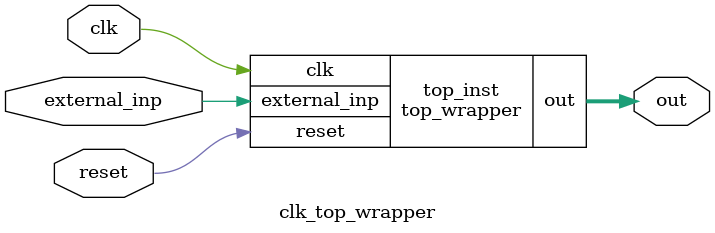
<source format=v>
`timescale 1ns / 1ps

// ALU
module alu(out,a,b,inst);
 // Input and Output Ports
 input[31:0]a,b;
 input[3:0]inst;
 output[31:0]out;

 // Temporary control signals
 wire temp=1'b1;

 // Temporary Outputs
 wire[31:0]res0,res1,res2,res3,res4,res5,res6,res7,res8,res9,res10,res11,res12,res13,res14,res15;


 ThirtyTwo_BitAdder g0(res0,a,b); // Perform the addition
 ThirtyTwo_BitSubtractor g1(res1,a,b); //Perform the Subtraction
 ThirtyTwo_BitAnd g2(res2,a,b);//Perform And
 Thirtytwo_BitOr g3(res3,a,b);//Perform Or
 ThirtyTwo_BitXor g4(res4,a,b);//Perform Xor
 ThirtyTwo_BitNor g5(res5,a,b);//Perform Nor
 ThirtyTwo_BitnotGate g6(res6,a,b);//Perform Not(returns Not of a)
 left_shift g7(res7,a,b);//Pefrom shifting
 right_shift_log g8(res8,a,b);//Perform Right-shifting a>>b(logical)
 right_shift_arith g9(res9,a,b);//right-shifting arithmetic(a>>b)
 add_4 g10(res10,a,b);//out=a+4
 sub_4 g11(res11,a,b);//out=b+4
 slt g12(res12,a,b);//out=a<b
 sgt g13(res13,a,b);//out=a>b
 lui g14(res14,a,b);//out=a[31:16]
 hamming g15(res15,a,b);//out=ham[a]


 // Depending Upon the inst[of 4 Bits] select the Output
 Sixteen_to_1_Mux mux0(out[0], {res15[0], res14[0], res13[0], res12[0], res11[0], res10[0], res9[0], res8[0], res7[0], res6[0], res5[0], res4[0], res3[0], res2[0], res1[0], res0[0]}, inst);
 Sixteen_to_1_Mux mux1(out[1], {res15[1], res14[1], res13[1], res12[1], res11[1], res10[1], res9[1], res8[1], res7[1], res6[1], res5[1], res4[1], res3[1], res2[1], res1[1], res0[1]}, inst);
 Sixteen_to_1_Mux mux2(out[2], {res15[2], res14[2], res13[2], res12[2], res11[2], res10[2], res9[2], res8[2], res7[2], res6[2], res5[2], res4[2], res3[2], res2[2], res1[2], res0[2]}, inst);
 Sixteen_to_1_Mux mux3(out[3], {res15[3], res14[3], res13[3], res12[3], res11[3], res10[3], res9[3], res8[3], res7[3], res6[3], res5[3], res4[3], res3[3], res2[3], res1[3], res0[3]}, inst);
 Sixteen_to_1_Mux mux4(out[4], {res15[4], res14[4], res13[4], res12[4], res11[4], res10[4], res9[4], res8[4], res7[4], res6[4], res5[4], res4[4], res3[4], res2[4], res1[4], res0[4]}, inst);
 Sixteen_to_1_Mux mux5(out[5], {res15[5], res14[5], res13[5], res12[5], res11[5], res10[5], res9[5], res8[5], res7[5], res6[5], res5[5], res4[5], res3[5], res2[5], res1[5], res0[5]}, inst);
 Sixteen_to_1_Mux mux6(out[6], {res15[6], res14[6], res13[6], res12[6], res11[6], res10[6], res9[6], res8[6], res7[6], res6[6], res5[6], res4[6], res3[6], res2[6], res1[6], res0[6]}, inst);
 Sixteen_to_1_Mux mux7(out[7], {res15[7], res14[7], res13[7], res12[7], res11[7], res10[7], res9[7], res8[7], res7[7], res6[7], res5[7], res4[7], res3[7], res2[7], res1[7], res0[7]}, inst);
 Sixteen_to_1_Mux mux8(out[8], {res15[8], res14[8], res13[8], res12[8], res11[8], res10[8], res9[8], res8[8], res7[8], res6[8], res5[8], res4[8], res3[8], res2[8], res1[8], res0[8]}, inst);
 Sixteen_to_1_Mux mux9(out[9], {res15[9], res14[9], res13[9], res12[9], res11[9], res10[9], res9[9], res8[9], res7[9], res6[9], res5[9], res4[9], res3[9], res2[9], res1[9], res0[9]}, inst);
 Sixteen_to_1_Mux mux10(out[10], {res15[10], res14[10], res13[10], res12[10], res11[10], res10[10], res9[10], res8[10], res7[10], res6[10], res5[10], res4[10], res3[10], res2[10], res1[10], res0[10]}, inst);
 Sixteen_to_1_Mux mux11(out[11], {res15[11], res14[11], res13[11], res12[11], res11[11], res10[11], res9[11], res8[11], res7[11], res6[11], res5[11], res4[11], res3[11], res2[11], res1[11], res0[11]}, inst);
 Sixteen_to_1_Mux mux12(out[12], {res15[12], res14[12], res13[12], res12[12], res11[12], res10[12], res9[12], res8[12], res7[12], res6[12], res5[12], res4[12], res3[12], res2[12], res1[12], res0[12]}, inst);
 Sixteen_to_1_Mux mux13(out[13], {res15[13], res14[13], res13[13], res12[13], res11[13], res10[13], res9[13], res8[13], res7[13], res6[13], res5[13], res4[13], res3[13], res2[13], res1[13], res0[13]}, inst);
 Sixteen_to_1_Mux mux14(out[14], {res15[14], res14[14], res13[14], res12[14], res11[14], res10[14], res9[14], res8[14], res7[14], res6[14], res5[14], res4[14], res3[14], res2[14], res1[14], res0[14]}, inst);
 Sixteen_to_1_Mux mux15(out[15], {res15[15], res14[15], res13[15], res12[15], res11[15], res10[15], res9[15], res8[15], res7[15], res6[15], res5[15], res4[15], res3[15], res2[15], res1[15], res0[15]}, inst);
 Sixteen_to_1_Mux mux16(out[16], {res15[16], res14[16], res13[16], res12[16], res11[16], res10[16], res9[16], res8[16], res7[16], res6[16], res5[16], res4[16], res3[16], res2[16], res1[16], res0[16]}, inst);
 Sixteen_to_1_Mux mux17(out[17], {res15[17], res14[17], res13[17], res12[17], res11[17], res10[17], res9[17], res8[17], res7[17], res6[17], res5[17], res4[17], res3[17], res2[17], res1[17], res0[17]}, inst);
 Sixteen_to_1_Mux mux18(out[18], {res15[18], res14[18], res13[18], res12[18], res11[18], res10[18], res9[18], res8[18], res7[18], res6[18], res5[18], res4[18], res3[18], res2[18], res1[18], res0[18]}, inst);
 Sixteen_to_1_Mux mux19(out[19], {res15[19], res14[19], res13[19], res12[19], res11[19], res10[19], res9[19], res8[19], res7[19], res6[19], res5[19], res4[19], res3[19], res2[19], res1[19], res0[19]}, inst);
 Sixteen_to_1_Mux mux20(out[20], {res15[20], res14[20], res13[20], res12[20], res11[20], res10[20], res9[20], res8[20], res7[20], res6[20], res5[20], res4[20], res3[20], res2[20], res1[20], res0[20]}, inst);
 Sixteen_to_1_Mux mux21(out[21], {res15[21], res14[21], res13[21], res12[21], res11[21], res10[21], res9[21], res8[21], res7[21], res6[21], res5[21], res4[21], res3[21], res2[21], res1[21], res0[21]}, inst);
 Sixteen_to_1_Mux mux22(out[22], {res15[22], res14[22], res13[22], res12[22], res11[22], res10[22], res9[22], res8[22], res7[22], res6[22], res5[22], res4[22], res3[22], res2[22], res1[22], res0[22]}, inst);
 Sixteen_to_1_Mux mux23(out[23], {res15[23], res14[23], res13[23], res12[23], res11[23], res10[23], res9[23], res8[23], res7[23], res6[23], res5[23], res4[23], res3[23], res2[23], res1[23], res0[23]}, inst);
 Sixteen_to_1_Mux mux24(out[24], {res15[24], res14[24], res13[24], res12[24], res11[24], res10[24], res9[24], res8[24], res7[24], res6[24], res5[24], res4[24], res3[24], res2[24], res1[24], res0[24]}, inst);
 Sixteen_to_1_Mux mux25(out[25], {res15[25], res14[25], res13[25], res12[25], res11[25], res10[25], res9[25], res8[25], res7[25], res6[25], res5[25], res4[25], res3[25], res2[25], res1[25], res0[25]}, inst);
 Sixteen_to_1_Mux mux26(out[26], {res15[26], res14[26], res13[26], res12[26], res11[26], res10[26], res9[26], res8[26], res7[26], res6[26], res5[26], res4[26], res3[26], res2[26], res1[26], res0[26]}, inst);
 Sixteen_to_1_Mux mux27(out[27], {res15[27], res14[27], res13[27], res12[27], res11[27], res10[27], res9[27], res8[27], res7[27], res6[27], res5[27], res4[27], res3[27], res2[27], res1[27], res0[27]}, inst);
 Sixteen_to_1_Mux mux28(out[28], {res15[28], res14[28], res13[28], res12[28], res11[28], res10[28], res9[28], res8[28], res7[28], res6[28], res5[28], res4[28], res3[28], res2[28], res1[28], res0[28]}, inst);
 Sixteen_to_1_Mux mux29(out[29], {res15[29], res14[29], res13[29], res12[29], res11[29], res10[29], res9[29], res8[29], res7[29], res6[29], res5[29], res4[29], res3[29], res2[29], res1[29], res0[29]}, inst);
 Sixteen_to_1_Mux mux30(out[30], {res15[30], res14[30], res13[30], res12[30], res11[30], res10[30], res9[30], res8[30], res7[30], res6[30], res5[30], res4[30], res3[30], res2[30], res1[30], res0[30]}, inst);
 Sixteen_to_1_Mux mux31(out[31], {res15[31], res14[31], res13[31], res12[31], res11[31], res10[31], res9[31], res8[31], res7[31], res6[31], res5[31], res4[31], res3[31], res2[31], res1[31], res0[31]}, inst);

endmodule



//26th October
module op_decider(oprn, op_code, funct);
    // Input and Output Register
    input [2:0] op_code;
    input [3:0] funct;
    output reg [3:0] oprn;

    // Decide operation based on op_code and funct
    always @(*) begin
        case (op_code)
            3'b000, 3'b001, 3'b010: begin // Cases for op_code 000, 001, 010
                case (funct)
                    4'b0000: oprn = 4'b0000; // add
                    4'b0001: oprn = 4'b0001; // sub
                    4'b0010: oprn = 4'b0010; // and
                    4'b0011: oprn = 4'b0011; // or
                    4'b0100: oprn = 4'b0100; // xor
                    4'b0101: oprn = 4'b0101; // nor
                    4'b0110: oprn = 4'b0110; // not
                    4'b0111: oprn = 4'b0111; // sl
                    4'b1000: oprn = 4'b1000; // srl
                    4'b1001: oprn = 4'b1001; // sra
                    4'b1010: oprn = 4'b1010; // inc
                    4'b1011: oprn = 4'b1011; // dec
                    4'b1100: oprn = 4'b1100; // slt
                    4'b1101: oprn = 4'b1101; // sgt
                    4'b1110: oprn = 4'b1110; // lui
                    4'b1111: oprn = 4'b1111; // ham
                    default: oprn = 4'b0000; // Default to add for safety
                endcase
            end
            
            3'b011: begin // Case for op_code 011
                case (funct)
                    4'b0000, 4'b0001: oprn = 4'b0000; // add
                    default: oprn = 4'b0000; // Default to add for any other funct
                endcase
            end
            
            3'b100: begin // Case for op_code 100
                case (funct)
                    4'b0000, 4'b0001, 4'b0010, 4'b0011: oprn = 4'b0000; // add
                    default: oprn = 4'b0000; // Default to add for any other funct
                endcase
            end

            3'b101: begin // Case for op_code 101
                case (funct)
                    4'b0000, 4'b0001, 4'b0010, 4'b0011: oprn = 4'b0000; // add
                    default: oprn = 4'b0000; // Default to add for any other funct
                endcase
            end

            3'b110: begin // Special case for halt and nop
                case (funct)
                    4'b0000: oprn = 4'b0000; // halt
                    4'b0001: oprn = 4'b0000; // nop (no operation, set oprn to add)
                    default: oprn = 4'b0000; // Default to add
                endcase
            end

            default: oprn = 4'b0000; // Default to add for any undefined op_code
        endcase
    end
endmodule

    
//Used in the WB-STAGE(Decide which Data is to be written in the MEM)
module combinational_circuit (
    input [31:0] alu_out,   // 32-bit input for ALU output
    input [31:0] lmd,       // 32-bit input for Load Memory Data
    input [31:0] b,         // 32-bit input B
    input [31:0] c,         // 32-bit input C
    input [31:0] cond,             // 1-bit condition input
    input [2:0] op_code,    // 3-bit operation code
    input [3:0] funct,      //4-bit function code
    output reg [31:0] out_data // 32-bit output data
);

    // Always block for combinational logic
    always @(*) begin
        case (op_code)
            3'b000: out_data = alu_out; // op: 000
            3'b001: out_data = alu_out; // op: 001
            3'b010: out_data = alu_out; // op: 010
            3'b011: out_data = lmd;      // op: 011
            3'b100: out_data = 32'b0;    // op: 100 (don't care, output can be zero)
            3'b101: if(funct==4'b0011)out_data = (cond[0]) ? b : c; else out_data=alu_out; // op: 101, select B if cond=1, else C
            default: out_data = 32'b0; // Default case to avoid latches
        endcase
    end

endmodule

//Select B Module(To select B from the B_reg or B_sp)
module select_b(out,in1,in2,op,funct);
    //Input Ports
    input [31:0]in1,in2;
    input [2:0]op;
    input [3:0]funct;
    
    output [31:0] out;
    
    //Logic
    wire temp;
    assign temp=(op[2]&~op[1]&op[0])&(~funct[3]&~funct[2]&funct[1]&~funct[0]);
    
    //Mux Instance
    ThirtyTwoBit2_1_Mux  mux_inst(out,in1,in2,temp);
    
endmodule

     
//Wrapper Module
module top_wrapper(out,reset,clk,external_inp);
    //Input Ports
    input reset;
    input clk;
    input external_inp;
    //Ouput Ports
    output [15:0]out;
    
    //Temporary reg_out
    wire [31:0]reg_out;
    assign out=reg_out[15:0];

    //Internal Registers
    reg [31:0]pc;
    reg [31:0]npc;
    reg [31:0]Alu_Out;
    reg [31:0]cond;
    reg [31:0]cond1;
    reg [31:0]cond2;
    reg [31:0]cond3;

    //Internal Wires
    wire [31:0] ir;
    wire [31:0] A;
    wire [31:0] B_reg;
    wire [31:0] B_sp;
    wire [31:0] B;
    wire [31:0] C;
    wire [31:0] temp_npc;
    wire [31:0] temp_cond;
    wire [31:0] temp_cond1;
    wire [31:0] temp_cond2;
    wire [31:0] temp_cond3;
    wire [31:0] write_data;

    //Control Signals
    //IF
    wire loadIr;
    wire loadNpc;

    //ID
    wire read_from_reg;
    wire pop_st_ptr;

    //Ex
    wire load_alu_out;
    wire load_cond;
    wire load_cond1;
    wire load_cond2;
    wire load_cond3;
    wire [3:0]inst; //Decide the Instruction to be Performed
    
    //MEM
    wire load_pc;
    wire read_from_DM;
    wire write_to_DM;

    //WB
    wire push_st_ptr;
    wire write_to_reg;

    //Rom - Instruction Fetch
    rom_mem rom_inst(
        .clk(clk),
        .en(loadIr),
        .addr(pc),
        .dout(ir)
    );

    //32-Bit adder For-Getting the NPC Value
    ThirtyTwo_BitAdder npc_adder_inst(temp_npc,pc,32'b1);

    // Handle the NPC
    always@(negedge clk or posedge reset) begin
        if(reset)
            npc<=32'b0;
        else if(loadNpc)
            npc<=temp_npc;
        else
            npc<=npc;
    end


    //Fetch the Information form the Instruction Register
    wire[2:0]      op=ir[31:29];
    wire[3:0]  port_A=ir[28:25];
    wire[3:0]  port_B=ir[24:21];
    wire[3:0]  port_C=ir[20:17];
    wire[3:0]   funct=ir[3:0];

    //Immediate Datas
    wire imm1_msb      =ir[19];
    wire imm2_msb      =ir[23];
    wire[31:0]     Imm1={{16{imm1_msb}},ir[19:4]};
    wire[31:0]     Imm2={{12{imm2_msb}},ir[23:4]};
    
    //Assign the value of B
    select_b  selB_inst(B,B_sp,B_reg,op,funct);


    //Fetch the A,B_reg,C,B_sp
    
    //Implementing the Logic to decide what will be write_data
    wire [31:0]LMD;
    combinational_circuit  comb_inst(
        .alu_out(Alu_Out),
        .lmd(LMD),
        .b(B),
        .c(C),
        .cond(cond),
        .op_code(op),
        .out_data(write_data)
    );
    

    //Register Bank
    reg_bank reg_inst(
        .read_A(A),
        .read_B(B_reg),
        .read_C(C),
        .port_A(port_A),
        .port_B(port_B),
        .port_C(port_C),
        .write_data(write_data),
        .write_port(port_A),
        .reset(reset),
        .clk(clk),
        .read(read_from_reg),
        .write(write_to_reg),
        .out(reg_out)
    );

    //Stack-Register
    stack_reg st_inst(
        .push(push_st_ptr),
        .pop(pop_st_ptr),
        .din(Alu_Out),
        .dout(B_sp),
        .clk(clk),
        .reset(reset)
    );


    //EX
    //ALU_stage
    wire[31:0]in1,in2,temp_out;

    ThirtyTwo_Bit_Eight_to_1_Mux  mux_inst2(in1,32'b0,B,B,pc,B,A,B,B,op);
    ThirtyTwo_Bit_Eight_to_1_Mux  mux_inst3(in2,32'b0,32'b0,32'b0,Imm2,Imm1,Imm1,Imm1,C,op);

    //Decide the Instruction to be Performed
    op_decider op_decider_inst(
        .oprn(inst),
        .op_code(op),
        .funct(funct)
    );

    //Get the ALU-OUT
    alu alu_inst(
        .out(temp_out),
        .a(in1),
        .b(in2),
        .inst(inst)
        );
        
    //Drive-Output Equals R1 Value 

    //Handle the ALU-OUT
    always@(negedge clk or posedge reset)
        begin
            if(reset)
                Alu_Out<=32'b0;
            else if(load_alu_out)
                Alu_Out<=temp_out;
            else
                Alu_Out<=Alu_Out;
        end

    //Use 32-Bit Subtractor
    slt cond_inst(temp_cond,B,C);
    always@(negedge clk or posedge reset)
        begin
            if(reset)
                cond<=32'b0;
            else if(load_cond)
                cond<=temp_cond;
            else
                cond<=cond;
        end

    //Use 32-Bit SLT
    slt cond1_inst(temp_cond1,A,32'b0);
    always@(negedge clk or posedge reset)
        begin
            if(reset)
                cond1<=32'b0;
            else if(load_cond1)
                cond1<=temp_cond1;
            else
                cond1<=cond1;
        end

    //Use the 32-Bit SLT
    sgt cond2_inst(temp_cond2,A,32'b0);
    always@(negedge clk or posedge reset)
        begin
            if(reset)
                cond2<=32'b0;
            else if(load_cond2)
                cond2<=temp_cond2;
            else 
                cond2<=cond2;
        end

    //Use the 32-Bit Comparator
    comp cond3_inst(temp_cond3,A,32'b0);
    always@(negedge clk or posedge reset)
        begin
            if(reset)
                cond3<=32'b0;
            else if(load_cond3)
                cond3<=temp_cond3;
            else 
                cond3<=cond3;
        end

    
    //Program Counter - Update Logic
    always @(negedge clk or posedge reset)
        begin
            if(reset)
                pc<=0;
            else if(halt_signal==1'b1)
                pc<=pc;
            else if(op==3'b000)
                if(load_pc)
                    pc<=npc;
                else
                    pc<=pc;
            else if(op==3'b001)
                if(load_pc)
                    pc<=npc;
                else
                    pc<=pc;
            else if(op==3'b010) 
                if(load_pc)
                    pc<=npc;
                else
                    pc<=pc;
            else if(op==3'b011)
                if(load_pc)
                    pc<=npc;
                else
                    pc<=pc;
            else if(op==3'b100)
                if(load_pc)
                    if(op==3'b100 && funct==4'b0000)
                        pc<=Alu_Out;
                    else if(op==3'b100 && funct==4'b0001 && cond1)
                        pc<=Alu_Out;
                    else if(op==3'b100 && funct==4'b0001)
                        pc<=npc;
                    else if(op==3'b100 && funct==4'b0010 && cond2)
                        pc<=Alu_Out;
                    else if(op==3'b100 && funct==4'b0010)
                        pc<=npc;
                    else if(op==3'b100 && funct==4'b0011 && cond3)
                        pc<=Alu_Out;
                    else 
                        pc<=npc;
                 else 
                        pc<=pc;
                else if(op==3'b101)
                      if(load_pc)
                         pc<=npc;
                      else 
                         pc<=pc;
                else
                    pc<=pc;
        end
    
    //Ram-Interaface
    ram_mem  ram_inst(
        .clk(clk),
        .addr(Alu_Out),
        .en(read_from_DM),
        .we(write_to_DM),
        .din(A),
        .dout(LMD)
    );


    //Control Unit
    control_unit c_inst(
        .clk(clk),
        .reset(reset),
        .op_code(op),
        .funct(funct),
        .external_inp(external_inp),
        .loadIr(loadIr),
        .loadNpc(loadNpc),
        .read_from_reg(read_from_reg),
        .pop_st_ptr(pop_st_ptr),
        .load_alu_out(load_alu_out),
        .load_cond(load_cond),
        .load_cond1(load_cond1),
        .load_cond2(load_cond2),
        .load_cond3(load_cond3),
        .load_pc(load_pc),
        .read_from_DM(read_from_DM),
        .write_to_DM(write_to_DM),
        .push_st_ptr(push_st_ptr),
        .write_to_reg(write_to_reg),
        .halt_signal(halt_signal)
     );


endmodule


//Clock Divider
module clock_div(new_clk,clk,reset);
    //Input and Output Ports
    input clk,reset;
    output new_clk;
    
    reg [24:0]counter;
    assign new_clk=counter[24];
    
    always@(negedge clk or posedge reset) begin
        if(reset) counter<=25'b0;
        else begin
            counter<=counter+1;
        end
    
    end
endmodule

//wrapper
module clk_top_wrapper(out,reset,clk,external_inp);
    //Input and Output Ports
    input reset,clk,external_inp;
    output [15:0]out;
    
//    clock_div clk_inst(new_clk,clk,reset);
    top_wrapper top_inst(out,reset,clk,external_inp);


endmodule




    
    




</source>
